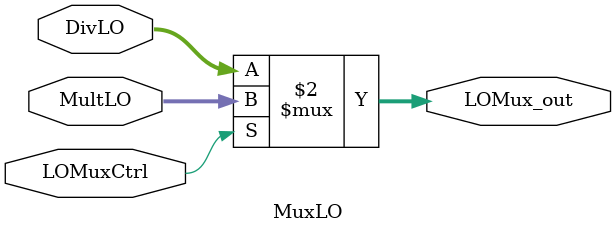
<source format=v>
module MuxLO (
  input wire LOMuxCtrl,
  input wire [31:0] DivLO,
  input wire [31:0] MultLO,
  output reg [31:0] LOMux_out
);

  always @(*) begin
    LOMux_out = (LOMuxCtrl ? MultLO : DivLO);
  end
endmodule

// 0 => DivLO
// 1 => MultLO
</source>
